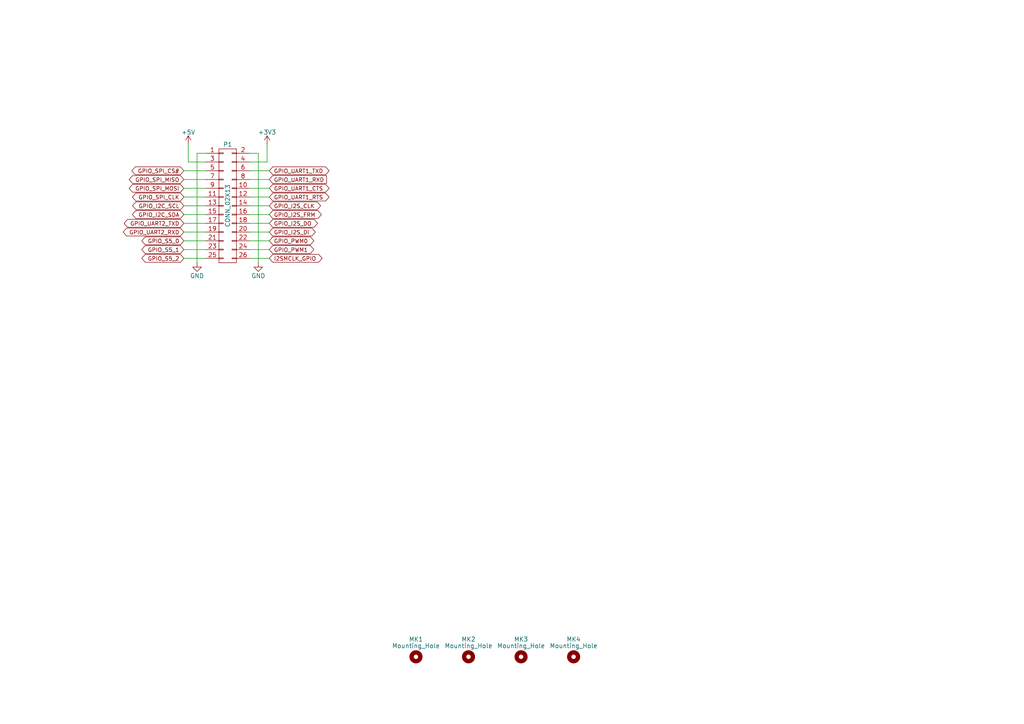
<source format=kicad_sch>
(kicad_sch (version 20230121) (generator eeschema)
  (paper "A4")
  (lib_symbols
    (symbol "minnowboard-ls-lure-rescue:+3.3V" (power) (pin_names (offset 0))
      (property "Value" "+3.3V" (at 0 3.556 0))
      (symbol "+3.3V_0_1"
        (polyline (pts (xy -0.762 1.27) (xy 0 2.54)))
        (polyline (pts (xy 0 0) (xy 0 2.54)))
        (polyline (pts (xy 0 2.54) (xy 0.762 1.27)))
      )
      (symbol "+3.3V_1_1"
        (pin power_in line (at 0 0 90) (length 0) hide (name "+3V3") (number "1"))
      )
    )
    (symbol "minnowboard-ls-lure-rescue:+5V" (power) (pin_names (offset 0))
      (property "Value" "+5V" (at 0 3.556 0))
      (symbol "+5V_0_1"
        (polyline (pts (xy -0.762 1.27) (xy 0 2.54)))
        (polyline (pts (xy 0 0) (xy 0 2.54)))
        (polyline (pts (xy 0 2.54) (xy 0.762 1.27)))
      )
      (symbol "+5V_1_1"
        (pin power_in line (at 0 0 90) (length 0) hide (name "+5V") (number "1"))
      )
    )
    (symbol "minnowboard-ls-lure-rescue:CONN_02X13" (pin_names (offset 0.0254) hide)
      (property "Reference" "P" (at 0 17.78 0))
      (property "Value" "CONN_02X13" (at 0 0 90))
      (symbol "CONN_02X13_0_1"
        (rectangle (start -2.54 -15.113) (end -1.27 -15.367))
        (rectangle (start -2.54 -12.573) (end -1.27 -12.827))
        (rectangle (start -2.54 -10.033) (end -1.27 -10.287))
        (rectangle (start -2.54 -7.493) (end -1.27 -7.747))
        (rectangle (start -2.54 -4.953) (end -1.27 -5.207))
        (rectangle (start -2.54 -2.413) (end -1.27 -2.667))
        (rectangle (start -2.54 0.127) (end -1.27 -0.127))
        (rectangle (start -2.54 2.667) (end -1.27 2.413))
        (rectangle (start -2.54 5.207) (end -1.27 4.953))
        (rectangle (start -2.54 7.747) (end -1.27 7.493))
        (rectangle (start -2.54 10.287) (end -1.27 10.033))
        (rectangle (start -2.54 12.827) (end -1.27 12.573))
        (rectangle (start -2.54 15.367) (end -1.27 15.113))
        (rectangle (start -2.54 16.51) (end 2.54 -16.51))
        (rectangle (start 1.27 -15.113) (end 2.54 -15.367))
        (rectangle (start 1.27 -12.573) (end 2.54 -12.827))
        (rectangle (start 1.27 -10.033) (end 2.54 -10.287))
        (rectangle (start 1.27 -7.493) (end 2.54 -7.747))
        (rectangle (start 1.27 -4.953) (end 2.54 -5.207))
        (rectangle (start 1.27 -2.413) (end 2.54 -2.667))
        (rectangle (start 1.27 0.127) (end 2.54 -0.127))
        (rectangle (start 1.27 2.667) (end 2.54 2.413))
        (rectangle (start 1.27 5.207) (end 2.54 4.953))
        (rectangle (start 1.27 7.747) (end 2.54 7.493))
        (rectangle (start 1.27 10.287) (end 2.54 10.033))
        (rectangle (start 1.27 12.827) (end 2.54 12.573))
        (rectangle (start 1.27 15.367) (end 2.54 15.113))
      )
      (symbol "CONN_02X13_1_1"
        (pin passive line (at -6.35 15.24 0) (length 3.81) (name "P1") (number "1"))
        (pin passive line (at 6.35 5.08 180) (length 3.81) (name "P10") (number "10"))
        (pin passive line (at -6.35 2.54 0) (length 3.81) (name "P11") (number "11"))
        (pin passive line (at 6.35 2.54 180) (length 3.81) (name "P12") (number "12"))
        (pin passive line (at -6.35 0 0) (length 3.81) (name "P13") (number "13"))
        (pin passive line (at 6.35 0 180) (length 3.81) (name "P14") (number "14"))
        (pin passive line (at -6.35 -2.54 0) (length 3.81) (name "P15") (number "15"))
        (pin passive line (at 6.35 -2.54 180) (length 3.81) (name "P16") (number "16"))
        (pin passive line (at -6.35 -5.08 0) (length 3.81) (name "P17") (number "17"))
        (pin passive line (at 6.35 -5.08 180) (length 3.81) (name "P18") (number "18"))
        (pin passive line (at -6.35 -7.62 0) (length 3.81) (name "P19") (number "19"))
        (pin passive line (at 6.35 15.24 180) (length 3.81) (name "P2") (number "2"))
        (pin passive line (at 6.35 -7.62 180) (length 3.81) (name "P20") (number "20"))
        (pin passive line (at -6.35 -10.16 0) (length 3.81) (name "P21") (number "21"))
        (pin passive line (at 6.35 -10.16 180) (length 3.81) (name "P22") (number "22"))
        (pin passive line (at -6.35 -12.7 0) (length 3.81) (name "P23") (number "23"))
        (pin passive line (at 6.35 -12.7 180) (length 3.81) (name "P24") (number "24"))
        (pin passive line (at -6.35 -15.24 0) (length 3.81) (name "P25") (number "25"))
        (pin passive line (at 6.35 -15.24 180) (length 3.81) (name "P26") (number "26"))
        (pin passive line (at -6.35 12.7 0) (length 3.81) (name "P3") (number "3"))
        (pin passive line (at 6.35 12.7 180) (length 3.81) (name "P4") (number "4"))
        (pin passive line (at -6.35 10.16 0) (length 3.81) (name "P5") (number "5"))
        (pin passive line (at 6.35 10.16 180) (length 3.81) (name "P6") (number "6"))
        (pin passive line (at -6.35 7.62 0) (length 3.81) (name "P7") (number "7"))
        (pin passive line (at 6.35 7.62 180) (length 3.81) (name "P8") (number "8"))
        (pin passive line (at -6.35 5.08 0) (length 3.81) (name "P9") (number "9"))
      )
    )
    (symbol "minnowboard-ls-lure-rescue:GND" (power) (pin_names (offset 0))
      (property "Value" "GND" (at 0 -3.81 0))
      (symbol "GND_0_1"
        (polyline (pts (xy 0 0) (xy 0 -1.27) (xy 1.27 -1.27) (xy 0 -2.54) (xy -1.27 -1.27) (xy 0 -1.27)))
      )
      (symbol "GND_1_1"
        (pin power_in line (at 0 0 270) (length 0) hide (name "GND") (number "1"))
      )
    )
    (symbol "minnowboard-ls-lure-rescue:Mounting_Hole" (pin_names (offset 1.016))
      (property "Reference" "MK" (at 0 5.08 0))
      (property "Value" "Mounting_Hole" (at 0 3.175 0))
      (symbol "Mounting_Hole_0_1"
        (circle (center 0 0) (radius 1.27) (stroke (width 1.27)))
      )
    )
  )
  (wire (pts (xy 72.39 59.69) (xy 78.105 59.69)))
  (wire (pts (xy 54.61 41.91) (xy 54.61 46.99)))
  (wire (pts (xy 72.39 62.23) (xy 78.105 62.23)))
  (wire (pts (xy 72.39 72.39) (xy 78.105 72.39)))
  (wire (pts (xy 53.34 72.39) (xy 59.69 72.39)))
  (wire (pts (xy 53.34 67.31) (xy 59.69 67.31)))
  (wire (pts (xy 72.39 54.61) (xy 78.105 54.61)))
  (wire (pts (xy 54.61 46.99) (xy 59.69 46.99)))
  (wire (pts (xy 53.34 49.53) (xy 59.69 49.53)))
  (wire (pts (xy 72.39 69.85) (xy 78.105 69.85)))
  (wire (pts (xy 53.34 54.61) (xy 59.69 54.61)))
  (wire (pts (xy 59.69 44.45) (xy 57.15 44.45)))
  (wire (pts (xy 77.47 46.99) (xy 77.47 41.91)))
  (wire (pts (xy 53.34 74.93) (xy 59.69 74.93)))
  (wire (pts (xy 53.34 52.07) (xy 59.69 52.07)))
  (wire (pts (xy 74.93 44.45) (xy 74.93 76.2)))
  (wire (pts (xy 72.39 44.45) (xy 74.93 44.45)))
  (wire (pts (xy 53.34 57.15) (xy 59.69 57.15)))
  (wire (pts (xy 53.34 64.77) (xy 59.69 64.77)))
  (wire (pts (xy 57.15 44.45) (xy 57.15 76.2)))
  (wire (pts (xy 53.34 59.69) (xy 59.69 59.69)))
  (wire (pts (xy 72.39 49.53) (xy 78.105 49.53)))
  (wire (pts (xy 72.39 52.07) (xy 78.105 52.07)))
  (wire (pts (xy 72.39 46.99) (xy 77.47 46.99)))
  (wire (pts (xy 72.39 74.93) (xy 78.105 74.93)))
  (wire (pts (xy 72.39 57.15) (xy 78.105 57.15)))
  (wire (pts (xy 72.39 64.77) (xy 78.105 64.77)))
  (wire (pts (xy 53.34 62.23) (xy 59.69 62.23)))
  (wire (pts (xy 72.39 67.31) (xy 78.105 67.31)))
  (wire (pts (xy 53.34 69.85) (xy 59.69 69.85)))
  (global_label "GPIO_UART1_RXD" (shape input) (at 78.105 52.07 0) (effects (font (size 1.143 1.143))) (property "Intersheetrefs" "${INTERSHEET_REFS}" (effects hide)))
  (global_label "GPIO_S5_0" (shape bidirectional) (at 53.34 69.85 180) (effects (font (size 1.143 1.143))) (property "Intersheetrefs" "${INTERSHEET_REFS}" (effects hide)))
  (global_label "GPIO_I2C_SCL" (shape bidirectional) (at 53.34 59.69 180) (effects (font (size 1.143 1.143))) (property "Intersheetrefs" "${INTERSHEET_REFS}" (effects hide)))
  (global_label "GPIO_S5_1" (shape bidirectional) (at 53.34 72.39 180) (effects (font (size 1.143 1.143))) (property "Intersheetrefs" "${INTERSHEET_REFS}" (effects hide)))
  (global_label "GPIO_UART1_RTS" (shape bidirectional) (at 78.105 57.15 0) (effects (font (size 1.143 1.143))) (property "Intersheetrefs" "${INTERSHEET_REFS}" (effects hide)))
  (global_label "GPIO_SPI_CLK" (shape bidirectional) (at 53.34 57.15 180) (effects (font (size 1.143 1.143))) (property "Intersheetrefs" "${INTERSHEET_REFS}" (effects hide)))
  (global_label "GPIO_SPI_CS#" (shape bidirectional) (at 53.34 49.53 180) (effects (font (size 1.143 1.143))) (property "Intersheetrefs" "${INTERSHEET_REFS}" (effects hide)))
  (global_label "GPIO_UART2_TXD" (shape bidirectional) (at 53.34 64.77 180) (effects (font (size 1.143 1.143))) (property "Intersheetrefs" "${INTERSHEET_REFS}" (effects hide)))
  (global_label "GPIO_UART1_TXD" (shape bidirectional) (at 78.105 49.53 0) (effects (font (size 1.143 1.143))) (property "Intersheetrefs" "${INTERSHEET_REFS}" (effects hide)))
  (global_label "GPIO_I2S_FRM" (shape bidirectional) (at 78.105 62.23 0) (effects (font (size 1.143 1.143))) (property "Intersheetrefs" "${INTERSHEET_REFS}" (effects hide)))
  (global_label "GPIO_I2S_CLK" (shape bidirectional) (at 78.105 59.69 0) (effects (font (size 1.143 1.143))) (property "Intersheetrefs" "${INTERSHEET_REFS}" (effects hide)))
  (global_label "I2SMCLK_GPIO" (shape bidirectional) (at 78.105 74.93 0) (effects (font (size 1.143 1.143))) (property "Intersheetrefs" "${INTERSHEET_REFS}" (effects hide)))
  (global_label "GPIO_SPI_MISO" (shape bidirectional) (at 53.34 52.07 180) (effects (font (size 1.143 1.143))) (property "Intersheetrefs" "${INTERSHEET_REFS}" (effects hide)))
  (global_label "GPIO_SPI_MOSI" (shape bidirectional) (at 53.34 54.61 180) (effects (font (size 1.143 1.143))) (property "Intersheetrefs" "${INTERSHEET_REFS}" (effects hide)))
  (global_label "GPIO_PWM0" (shape bidirectional) (at 78.105 69.85 0) (effects (font (size 1.143 1.143))) (property "Intersheetrefs" "${INTERSHEET_REFS}" (effects hide)))
  (global_label "GPIO_I2S_DO" (shape bidirectional) (at 78.105 64.77 0) (effects (font (size 1.143 1.143))) (property "Intersheetrefs" "${INTERSHEET_REFS}" (effects hide)))
  (global_label "GPIO_UART2_RXD" (shape bidirectional) (at 53.34 67.31 180) (effects (font (size 1.143 1.143))) (property "Intersheetrefs" "${INTERSHEET_REFS}" (effects hide)))
  (global_label "GPIO_PWM1" (shape bidirectional) (at 78.105 72.39 0) (effects (font (size 1.143 1.143))) (property "Intersheetrefs" "${INTERSHEET_REFS}" (effects hide)))
  (global_label "GPIO_UART1_CTS" (shape bidirectional) (at 78.105 54.61 0) (effects (font (size 1.143 1.143))) (property "Intersheetrefs" "${INTERSHEET_REFS}" (effects hide)))
  (global_label "GPIO_I2S_DI" (shape bidirectional) (at 78.105 67.31 0) (effects (font (size 1.143 1.143))) (property "Intersheetrefs" "${INTERSHEET_REFS}" (effects hide)))
  (global_label "GPIO_S5_2" (shape bidirectional) (at 53.34 74.93 180) (effects (font (size 1.143 1.143))) (property "Intersheetrefs" "${INTERSHEET_REFS}" (effects hide)))
  (global_label "GPIO_I2C_SDA" (shape bidirectional) (at 53.34 62.23 180) (effects (font (size 1.143 1.143))) (property "Intersheetrefs" "${INTERSHEET_REFS}" (effects hide)))
  (symbol (lib_id "minnowboard-ls-lure-rescue:CONN_02X13") (at 66.04 59.69 0) (unit 1)
    (property "Reference" "P1" (at 66.04 41.91 0))
    (property "Value" "CONN_02X13" (at 66.04 59.69 90))
    (property "Footprint" "Pin_Headers:Pin_Header_Straight_2x13" (effects hide))
  )
  (symbol (lib_id "minnowboard-ls-lure-rescue:GND") (at 74.93 76.2 0) (unit 1)
    (property "Reference" "#PWR3" (effects hide))
    (property "Value" "GND" (at 74.93 80.01 0))
  )
  (symbol (lib_id "minnowboard-ls-lure-rescue:GND") (at 57.15 76.2 0) (unit 1)
    (property "Reference" "#PWR2" (effects hide))
    (property "Value" "GND" (at 57.15 80.01 0))
  )
  (symbol (lib_id "minnowboard-ls-lure-rescue:+3.3V") (at 77.47 41.91 0) (unit 1)
    (property "Reference" "#PWR4" (effects hide))
    (property "Value" "+3.3V" (at 77.47 38.354 0))
  )
  (symbol (lib_id "minnowboard-ls-lure-rescue:+5V") (at 54.61 41.91 0) (unit 1)
    (property "Reference" "#PWR1" (effects hide))
    (property "Value" "+5V" (at 54.61 38.354 0))
  )
  (symbol (lib_id "minnowboard-ls-lure-rescue:Mounting_Hole") (at 135.89 190.5 0) (unit 1)
    (property "Reference" "MK2" (at 135.89 185.42 0))
    (property "Value" "Mounting_Hole" (at 135.89 187.325 0))
    (property "Footprint" "Mounting_Holes:MountingHole_3-5mm" (effects hide))
  )
  (symbol (lib_id "minnowboard-ls-lure-rescue:Mounting_Hole") (at 120.65 190.5 0) (unit 1)
    (property "Reference" "MK1" (at 120.65 185.42 0))
    (property "Value" "Mounting_Hole" (at 120.65 187.325 0))
    (property "Footprint" "Mounting_Holes:MountingHole_3-5mm" (effects hide))
  )
  (symbol (lib_id "minnowboard-ls-lure-rescue:Mounting_Hole") (at 151.13 190.5 0) (unit 1)
    (property "Reference" "MK3" (at 151.13 185.42 0))
    (property "Value" "Mounting_Hole" (at 151.13 187.325 0))
    (property "Footprint" "Mounting_Holes:MountingHole_3-5mm" (effects hide))
  )
  (symbol (lib_id "minnowboard-ls-lure-rescue:Mounting_Hole") (at 166.37 190.5 0) (unit 1)
    (property "Reference" "MK4" (at 166.37 185.42 0))
    (property "Value" "Mounting_Hole" (at 166.37 187.325 0))
    (property "Footprint" "Mounting_Holes:MountingHole_3-5mm" (effects hide))
  )
)
</source>
